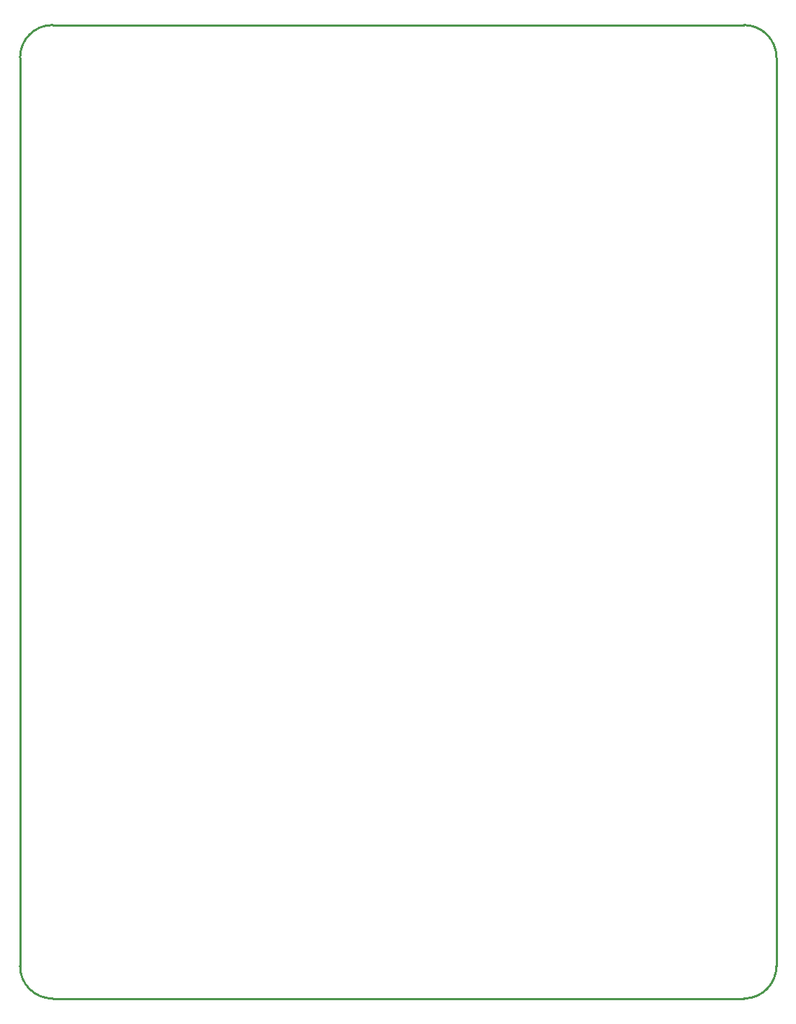
<source format=gm1>
G04 #@! TF.FileFunction,Profile,NP*
%FSLAX46Y46*%
G04 Gerber Fmt 4.6, Leading zero omitted, Abs format (unit mm)*
G04 Created by KiCad (PCBNEW 4.0.0-rc2-1-stable) date Thursday, December 31, 2015 'AMt' 08:25:51 AM*
%MOMM*%
G01*
G04 APERTURE LIST*
%ADD10C,0.100000*%
%ADD11C,0.254000*%
G04 APERTURE END LIST*
D10*
D11*
X185919737Y-47617441D02*
G75*
G03X182109737Y-43807441I-3810000J0D01*
G01*
X182109737Y-158107441D02*
G75*
G03X185919737Y-154297441I0J3810000D01*
G01*
X97019737Y-154297441D02*
G75*
G03X100829737Y-158107441I3810000J0D01*
G01*
X100829737Y-43807441D02*
G75*
G03X97019737Y-47617441I0J-3810000D01*
G01*
X97019737Y-47617441D02*
X97019737Y-154297441D01*
X182109737Y-43807441D02*
X100829737Y-43807441D01*
X185919737Y-154297441D02*
X185919737Y-47617441D01*
X100829737Y-158107441D02*
X182109737Y-158107441D01*
M02*

</source>
